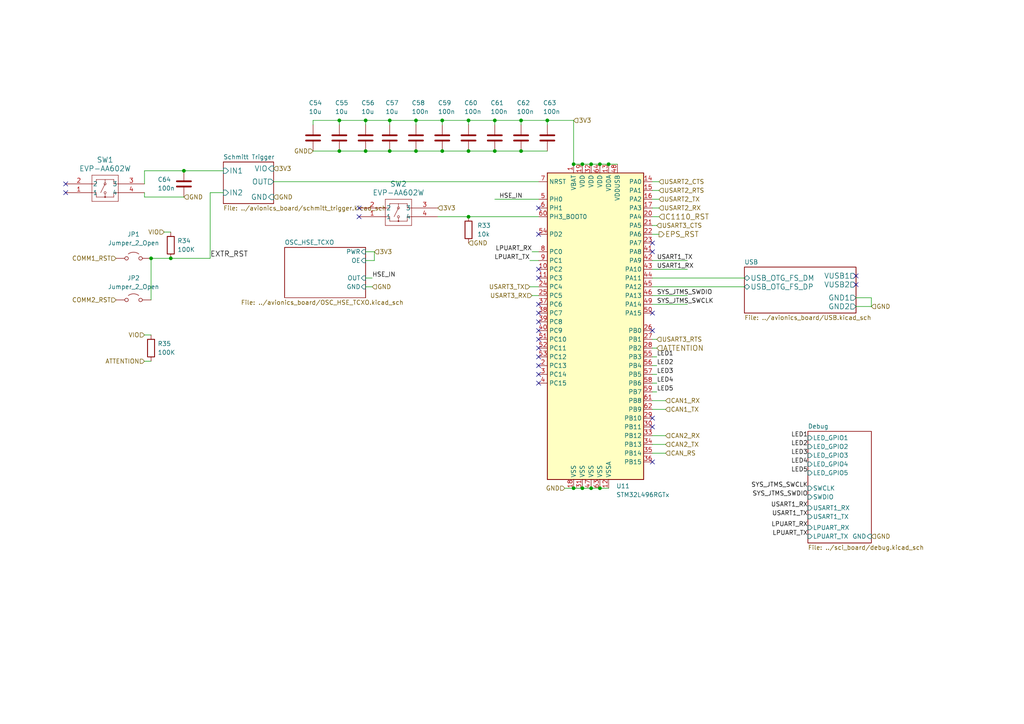
<source format=kicad_sch>
(kicad_sch (version 20231120) (generator "eeschema") (generator_version "8.0")
  (paper "A4")
  (lib_symbols
    (symbol "Common:EVP-AA602W" (pin_names (offset 0.254))
      (property "Reference" "SW" (at 11.43 7.62 0))
      (property "Value" "EVP-AA602W" (at 10.16 5.08 0))
      (symbol "EVP-AA602W_0_1"
        (polyline (pts (xy 7.62 -5.08) (xy 15.24 -5.08)) (stroke (width 0.127)))
        (polyline (pts (xy 7.62 -2.54) (xy 8.89 -2.54)) (stroke (width 0.127)))
        (polyline (pts (xy 7.62 0) (xy 8.89 0)) (stroke (width 0.127)))
        (polyline (pts (xy 7.62 2.54) (xy 7.62 -5.08)) (stroke (width 0.127)))
        (polyline (pts (xy 8.89 -3.81) (xy 13.97 -3.81)) (stroke (width 0.127)))
        (polyline (pts (xy 8.89 -2.54) (xy 8.89 -3.81)) (stroke (width 0.127)))
        (polyline (pts (xy 8.89 1.27) (xy 8.89 0)) (stroke (width 0.127)))
        (polyline (pts (xy 11.43 -3.81) (xy 11.43 -2.8575)) (stroke (width 0.127)))
        (polyline (pts (xy 11.43 -2.54) (xy 10.16 0)) (stroke (width 0.127)))
        (polyline (pts (xy 11.43 0.3175) (xy 11.43 1.27)) (stroke (width 0.127)))
        (polyline (pts (xy 13.97 -3.81) (xy 13.97 -2.54)) (stroke (width 0.127)))
        (polyline (pts (xy 13.97 -2.54) (xy 15.24 -2.54)) (stroke (width 0.127)))
        (polyline (pts (xy 13.97 0) (xy 13.97 1.27)) (stroke (width 0.127)))
        (polyline (pts (xy 13.97 0) (xy 15.24 0)) (stroke (width 0.127)))
        (polyline (pts (xy 13.97 1.27) (xy 8.89 1.27)) (stroke (width 0.127)))
        (polyline (pts (xy 15.24 -5.08) (xy 15.24 2.54)) (stroke (width 0.127)))
        (polyline (pts (xy 15.24 2.54) (xy 7.62 2.54)) (stroke (width 0.127)))
        (circle (center 11.43 -2.54) (radius 0.3048) (stroke (width 0.127)))
        (circle (center 11.43 0) (radius 0.3048) (stroke (width 0.127)))
        (circle (center 11.43 1.27) (radius 0.127) (stroke (width 0.2032)))
      )
      (symbol "EVP-AA602W_1_1"
        (pin passive line (at 0 0 0) (length 7.62) (name "1") (number "1"))
        (pin passive line (at 0 -2.54 0) (length 7.62) (name "2") (number "2"))
        (pin passive line (at 22.86 -2.54 180) (length 7.62) (name "3") (number "3"))
        (pin passive line (at 22.86 0 180) (length 7.62) (name "4") (number "4"))
      )
    )
    (symbol "Common:STM32L496RGTx"
      (property "Reference" "U" (at -12.7 46.99 0))
      (property "Value" "STM32L496RGTx" (at 10.16 46.99 0))
      (symbol "STM32L496RGTx_0_1"
        (rectangle (start -12.7 45.72) (end 15.24 -43.18) (stroke (width 0.254)) (fill (type background)))
      )
      (symbol "STM32L496RGTx_1_1"
        (pin power_in line (at -5.08 48.26 270) (length 2.54) (name "VBAT") (number "1"))
        (pin bidirectional line (at -15.24 17.78 0) (length 2.54) (name "PC2") (number "10"))
        (pin bidirectional line (at -15.24 15.24 0) (length 2.54) (name "PC3") (number "11"))
        (pin power_in line (at 5.08 -45.72 90) (length 2.54) (name "VSSA") (number "12"))
        (pin power_in line (at 5.08 48.26 270) (length 2.54) (name "VDDA") (number "13"))
        (pin bidirectional line (at 17.78 43.18 180) (length 2.54) (name "PA0") (number "14"))
        (pin bidirectional line (at 17.78 40.64 180) (length 2.54) (name "PA1") (number "15"))
        (pin bidirectional line (at 17.78 38.1 180) (length 2.54) (name "PA2") (number "16"))
        (pin bidirectional line (at 17.78 35.56 180) (length 2.54) (name "PA3") (number "17"))
        (pin power_in line (at -5.08 -45.72 90) (length 2.54) (name "VSS") (number "18"))
        (pin power_in line (at -2.54 48.26 270) (length 2.54) (name "VDD") (number "19"))
        (pin bidirectional line (at -15.24 -10.16 0) (length 2.54) (name "PC13") (number "2"))
        (pin bidirectional line (at 17.78 33.02 180) (length 2.54) (name "PA4") (number "20"))
        (pin bidirectional line (at 17.78 30.48 180) (length 2.54) (name "PA5") (number "21"))
        (pin bidirectional line (at 17.78 27.94 180) (length 2.54) (name "PA6") (number "22"))
        (pin bidirectional line (at 17.78 25.4 180) (length 2.54) (name "PA7") (number "23"))
        (pin bidirectional line (at -15.24 12.7 0) (length 2.54) (name "PC4") (number "24"))
        (pin bidirectional line (at -15.24 10.16 0) (length 2.54) (name "PC5") (number "25"))
        (pin bidirectional line (at 17.78 0 180) (length 2.54) (name "PB0") (number "26"))
        (pin bidirectional line (at 17.78 -2.54 180) (length 2.54) (name "PB1") (number "27"))
        (pin bidirectional line (at 17.78 -5.08 180) (length 2.54) (name "PB2") (number "28"))
        (pin bidirectional line (at 17.78 -25.4 180) (length 2.54) (name "PB10") (number "29"))
        (pin bidirectional line (at -15.24 -12.7 0) (length 2.54) (name "PC14") (number "3"))
        (pin bidirectional line (at 17.78 -27.94 180) (length 2.54) (name "PB11") (number "30"))
        (pin power_in line (at -2.54 -45.72 90) (length 2.54) (name "VSS") (number "31"))
        (pin passive line (at 0 -45.72 90) (length 2.54) hide (name "VSS") (number "31"))
        (pin power_in line (at 0 48.26 270) (length 2.54) (name "VDD") (number "32"))
        (pin bidirectional line (at 17.78 -30.48 180) (length 2.54) (name "PB12") (number "33"))
        (pin bidirectional line (at 17.78 -33.02 180) (length 2.54) (name "PB13") (number "34"))
        (pin bidirectional line (at 17.78 -35.56 180) (length 2.54) (name "PB14") (number "35"))
        (pin bidirectional line (at 17.78 -38.1 180) (length 2.54) (name "PB15") (number "36"))
        (pin bidirectional line (at -15.24 7.62 0) (length 2.54) (name "PC6") (number "37"))
        (pin bidirectional line (at -15.24 5.08 0) (length 2.54) (name "PC7") (number "38"))
        (pin bidirectional line (at -15.24 2.54 0) (length 2.54) (name "PC8") (number "39"))
        (pin bidirectional line (at -15.24 -15.24 0) (length 2.54) (name "PC15") (number "4"))
        (pin bidirectional line (at -15.24 0 0) (length 2.54) (name "PC9") (number "40"))
        (pin bidirectional line (at 17.78 22.86 180) (length 2.54) (name "PA8") (number "41"))
        (pin bidirectional line (at 17.78 20.32 180) (length 2.54) (name "PA9") (number "42"))
        (pin bidirectional line (at 17.78 17.78 180) (length 2.54) (name "PA10") (number "43"))
        (pin bidirectional line (at 17.78 15.24 180) (length 2.54) (name "PA11") (number "44"))
        (pin bidirectional line (at 17.78 12.7 180) (length 2.54) (name "PA12") (number "45"))
        (pin bidirectional line (at 17.78 10.16 180) (length 2.54) (name "PA13") (number "46"))
        (pin passive line (at 0 -45.72 90) (length 2.54) hide (name "VSS") (number "47"))
        (pin power_in line (at 0 -45.72 90) (length 2.54) (name "VSS") (number "47"))
        (pin power_in line (at 7.62 48.26 270) (length 2.54) (name "VDDUSB") (number "48"))
        (pin bidirectional line (at 17.78 7.62 180) (length 2.54) (name "PA14") (number "49"))
        (pin bidirectional line (at -15.24 38.1 0) (length 2.54) (name "PH0") (number "5"))
        (pin bidirectional line (at 17.78 5.08 180) (length 2.54) (name "PA15") (number "50"))
        (pin bidirectional line (at -15.24 -2.54 0) (length 2.54) (name "PC10") (number "51"))
        (pin bidirectional line (at -15.24 -5.08 0) (length 2.54) (name "PC11") (number "52"))
        (pin bidirectional line (at -15.24 -7.62 0) (length 2.54) (name "PC12") (number "53"))
        (pin bidirectional line (at -15.24 27.94 0) (length 2.54) (name "PD2") (number "54"))
        (pin bidirectional line (at 17.78 -7.62 180) (length 2.54) (name "PB3") (number "55"))
        (pin bidirectional line (at 17.78 -10.16 180) (length 2.54) (name "PB4") (number "56"))
        (pin bidirectional line (at 17.78 -12.7 180) (length 2.54) (name "PB5") (number "57"))
        (pin bidirectional line (at 17.78 -15.24 180) (length 2.54) (name "PB6") (number "58"))
        (pin bidirectional line (at 17.78 -17.78 180) (length 2.54) (name "PB7") (number "59"))
        (pin bidirectional line (at -15.24 35.56 0) (length 2.54) (name "PH1") (number "6"))
        (pin bidirectional line (at -15.24 33.02 0) (length 2.54) (name "PH3_BOOT0") (number "60"))
        (pin bidirectional line (at 17.78 -20.32 180) (length 2.54) (name "PB8") (number "61"))
        (pin bidirectional line (at 17.78 -22.86 180) (length 2.54) (name "PB9") (number "62"))
        (pin passive line (at 0 -45.72 90) (length 2.54) hide (name "VSS") (number "63"))
        (pin power_in line (at 2.54 -45.72 90) (length 2.54) (name "VSS") (number "63"))
        (pin power_in line (at 2.54 48.26 270) (length 2.54) (name "VDD") (number "64"))
        (pin input line (at -15.24 43.18 0) (length 2.54) (name "NRST") (number "7"))
        (pin bidirectional line (at -15.24 22.86 0) (length 2.54) (name "PC0") (number "8"))
        (pin bidirectional line (at -15.24 20.32 0) (length 2.54) (name "PC1") (number "9"))
      )
    )
    (symbol "Device:C" (pin_numbers hide) (pin_names (offset 0.254))
      (property "Reference" "C" (at 0.635 2.54 0))
      (property "Value" "C" (at 0.635 -2.54 0))
      (symbol "C_0_1"
        (polyline (pts (xy -2.032 -0.762) (xy 2.032 -0.762)) (stroke (width 0.508)))
        (polyline (pts (xy -2.032 0.762) (xy 2.032 0.762)) (stroke (width 0.508)))
      )
      (symbol "C_1_1"
        (pin passive line (at 0 3.81 270) (length 2.794) (name "~") (number "1"))
        (pin passive line (at 0 -3.81 90) (length 2.794) (name "~") (number "2"))
      )
    )
    (symbol "Device:R" (pin_numbers hide) (pin_names (offset 0))
      (property "Reference" "R" (at 2.032 0 90))
      (property "Value" "R" (at 0 0 90))
      (symbol "R_0_1"
        (rectangle (start -1.016 -2.54) (end 1.016 2.54) (stroke (width 0.254)))
      )
      (symbol "R_1_1"
        (pin passive line (at 0 3.81 270) (length 1.27) (name "~") (number "1"))
        (pin passive line (at 0 -3.81 90) (length 1.27) (name "~") (number "2"))
      )
    )
    (symbol "Jumper:Jumper_2_Open" (pin_numbers hide) (pin_names (offset 0) hide) (exclude_from_sim yes)
      (property "Reference" "JP" (at 0 2.794 0))
      (property "Value" "Jumper_2_Open" (at 0 -2.286 0))
      (symbol "Jumper_2_Open_0_0"
        (circle (center -2.032 0) (radius 0.508))
        (circle (center 2.032 0) (radius 0.508))
      )
      (symbol "Jumper_2_Open_0_1"
        (arc (start 1.524 1.27) (mid 0 1.778) (end -1.524 1.27))
      )
      (symbol "Jumper_2_Open_1_1"
        (pin passive line (at -5.08 0 0) (length 2.54) (name "A") (number "1"))
        (pin passive line (at 5.08 0 180) (length 2.54) (name "B") (number "2"))
      )
    )
  )
  (junction (at 128.27 34.925))
  (junction (at 135.89 43.815))
  (junction (at 106.045 34.925))
  (junction (at 173.99 141.605))
  (junction (at 98.425 34.925))
  (junction (at 158.75 34.925))
  (junction (at 98.425 43.815))
  (junction (at 113.03 43.815))
  (junction (at 53.34 49.53))
  (junction (at 171.45 141.605))
  (junction (at 166.37 141.605))
  (junction (at 176.53 47.625))
  (junction (at 168.91 141.605))
  (junction (at 151.13 43.815))
  (junction (at 128.27 43.815))
  (junction (at 151.13 34.925))
  (junction (at 171.45 47.625))
  (junction (at 120.65 34.925))
  (junction (at 166.37 47.625))
  (junction (at 143.51 43.815))
  (junction (at 168.91 47.625))
  (junction (at 113.03 34.925))
  (junction (at 135.89 62.865))
  (junction (at 120.65 43.815))
  (junction (at 135.89 34.925))
  (junction (at 106.045 43.815))
  (junction (at 143.51 34.925))
  (junction (at 43.815 74.93))
  (junction (at 49.53 74.93))
  (junction (at 173.99 47.625))
  (no_connect (at 156.21 93.345))
  (no_connect (at 19.05 55.88))
  (no_connect (at 156.21 67.945))
  (no_connect (at 156.21 78.105))
  (no_connect (at 189.23 121.285))
  (no_connect (at 189.23 70.485))
  (no_connect (at 156.21 90.805))
  (no_connect (at 156.21 100.965))
  (no_connect (at 156.21 98.425))
  (no_connect (at 156.21 88.265))
  (no_connect (at 104.14 60.325))
  (no_connect (at 156.21 103.505))
  (no_connect (at 104.14 62.865))
  (no_connect (at 156.21 80.645))
  (no_connect (at 156.21 60.325))
  (no_connect (at 156.21 106.045))
  (no_connect (at 248.285 82.55))
  (no_connect (at 19.05 53.34))
  (no_connect (at 248.285 80.01))
  (no_connect (at 189.23 123.825))
  (no_connect (at 189.23 90.805))
  (no_connect (at 156.21 108.585))
  (no_connect (at 156.21 95.885))
  (no_connect (at 156.21 111.125))
  (no_connect (at 189.23 133.985))
  (no_connect (at 189.23 73.025))
  (no_connect (at 189.23 95.885))
  (wire (pts (xy 113.03 34.925) (xy 106.045 34.925)))
  (wire (pts (xy 163.83 141.605) (xy 166.37 141.605)))
  (wire (pts (xy 248.285 86.36) (xy 252.73 86.36)))
  (wire (pts (xy 135.89 34.925) (xy 143.51 34.925)))
  (wire (pts (xy 98.425 34.925) (xy 90.805 34.925)))
  (wire (pts (xy 41.91 55.88) (xy 41.91 57.15)))
  (wire (pts (xy 190.5 103.505) (xy 189.23 103.505)))
  (wire (pts (xy 193.04 116.205) (xy 189.23 116.205)))
  (wire (pts (xy 49.53 74.93) (xy 60.96 74.93)))
  (wire (pts (xy 190.5 106.045) (xy 189.23 106.045)))
  (wire (pts (xy 153.67 75.565) (xy 156.21 75.565)))
  (wire (pts (xy 53.34 49.53) (xy 64.77 49.53)))
  (wire (pts (xy 120.65 43.815) (xy 128.27 43.815)))
  (wire (pts (xy 107.95 80.645) (xy 106.045 80.645)))
  (wire (pts (xy 190.5 100.965) (xy 189.23 100.965)))
  (wire (pts (xy 189.23 57.785) (xy 191.135 57.785)))
  (wire (pts (xy 252.73 86.36) (xy 252.73 88.9)))
  (wire (pts (xy 120.65 34.925) (xy 120.65 36.195)))
  (wire (pts (xy 135.89 34.925) (xy 135.89 36.195)))
  (wire (pts (xy 189.23 78.105) (xy 199.39 78.105)))
  (wire (pts (xy 190.5 108.585) (xy 189.23 108.585)))
  (wire (pts (xy 106.045 73.025) (xy 108.585 73.025)))
  (wire (pts (xy 151.13 34.925) (xy 158.75 34.925)))
  (wire (pts (xy 113.03 36.195) (xy 113.03 34.925)))
  (wire (pts (xy 135.89 43.815) (xy 143.51 43.815)))
  (wire (pts (xy 106.045 43.815) (xy 113.03 43.815)))
  (wire (pts (xy 60.96 55.88) (xy 60.96 74.93)))
  (wire (pts (xy 107.95 83.185) (xy 106.045 83.185)))
  (wire (pts (xy 98.425 34.925) (xy 98.425 36.195)))
  (wire (pts (xy 128.27 43.815) (xy 135.89 43.815)))
  (wire (pts (xy 43.815 74.93) (xy 49.53 74.93)))
  (wire (pts (xy 252.73 88.9) (xy 248.285 88.9)))
  (wire (pts (xy 191.135 67.945) (xy 189.23 67.945)))
  (wire (pts (xy 143.51 34.925) (xy 143.51 36.195)))
  (wire (pts (xy 128.27 34.925) (xy 135.89 34.925)))
  (wire (pts (xy 158.75 34.925) (xy 166.37 34.925)))
  (wire (pts (xy 193.04 131.445) (xy 189.23 131.445)))
  (wire (pts (xy 176.53 47.625) (xy 179.07 47.625)))
  (wire (pts (xy 189.23 83.185) (xy 215.9 83.185)))
  (wire (pts (xy 171.45 47.625) (xy 173.99 47.625)))
  (wire (pts (xy 151.13 43.815) (xy 158.75 43.815)))
  (wire (pts (xy 79.375 52.705) (xy 156.21 52.705)))
  (wire (pts (xy 154.305 73.025) (xy 156.21 73.025)))
  (wire (pts (xy 190.5 111.125) (xy 189.23 111.125)))
  (wire (pts (xy 143.51 34.925) (xy 151.13 34.925)))
  (wire (pts (xy 193.04 126.365) (xy 189.23 126.365)))
  (wire (pts (xy 193.04 118.745) (xy 189.23 118.745)))
  (wire (pts (xy 143.51 57.785) (xy 156.21 57.785)))
  (wire (pts (xy 120.65 34.925) (xy 128.27 34.925)))
  (wire (pts (xy 189.23 85.725) (xy 199.39 85.725)))
  (wire (pts (xy 41.91 49.53) (xy 41.91 53.34)))
  (wire (pts (xy 158.75 36.195) (xy 158.75 34.925)))
  (wire (pts (xy 166.37 47.625) (xy 168.91 47.625)))
  (wire (pts (xy 189.23 88.265) (xy 199.39 88.265)))
  (wire (pts (xy 189.23 75.565) (xy 199.39 75.565)))
  (wire (pts (xy 47.625 67.31) (xy 49.53 67.31)))
  (wire (pts (xy 193.04 128.905) (xy 189.23 128.905)))
  (wire (pts (xy 168.91 47.625) (xy 171.45 47.625)))
  (wire (pts (xy 189.23 52.705) (xy 191.135 52.705)))
  (wire (pts (xy 108.585 73.025) (xy 108.585 75.565)))
  (wire (pts (xy 113.03 43.815) (xy 120.65 43.815)))
  (wire (pts (xy 41.91 104.775) (xy 43.815 104.775)))
  (wire (pts (xy 41.91 97.155) (xy 43.815 97.155)))
  (wire (pts (xy 190.5 98.425) (xy 189.23 98.425)))
  (wire (pts (xy 189.23 55.245) (xy 191.135 55.245)))
  (wire (pts (xy 189.23 80.645) (xy 215.9 80.645)))
  (wire (pts (xy 190.5 65.405) (xy 189.23 65.405)))
  (wire (pts (xy 64.77 55.88) (xy 60.96 55.88)))
  (wire (pts (xy 154.305 85.725) (xy 156.21 85.725)))
  (wire (pts (xy 90.805 34.925) (xy 90.805 36.195)))
  (wire (pts (xy 128.27 34.925) (xy 128.27 36.195)))
  (wire (pts (xy 41.91 49.53) (xy 53.34 49.53)))
  (wire (pts (xy 166.37 141.605) (xy 168.91 141.605)))
  (wire (pts (xy 143.51 43.815) (xy 151.13 43.815)))
  (wire (pts (xy 171.45 141.605) (xy 173.99 141.605)))
  (wire (pts (xy 113.03 34.925) (xy 120.65 34.925)))
  (wire (pts (xy 173.99 141.605) (xy 176.53 141.605)))
  (wire (pts (xy 153.67 83.185) (xy 156.21 83.185)))
  (wire (pts (xy 191.135 62.865) (xy 189.23 62.865)))
  (wire (pts (xy 41.91 57.15) (xy 53.34 57.15)))
  (wire (pts (xy 168.91 141.605) (xy 171.45 141.605)))
  (wire (pts (xy 151.13 34.925) (xy 151.13 36.195)))
  (wire (pts (xy 90.805 43.815) (xy 98.425 43.815)))
  (wire (pts (xy 127 62.865) (xy 135.89 62.865)))
  (wire (pts (xy 108.585 75.565) (xy 106.045 75.565)))
  (wire (pts (xy 190.5 113.665) (xy 189.23 113.665)))
  (wire (pts (xy 43.815 86.995) (xy 43.815 74.93)))
  (wire (pts (xy 135.89 62.865) (xy 156.21 62.865)))
  (wire (pts (xy 189.23 60.325) (xy 191.135 60.325)))
  (wire (pts (xy 106.045 34.925) (xy 98.425 34.925)))
  (wire (pts (xy 98.425 43.815) (xy 106.045 43.815)))
  (wire (pts (xy 106.045 34.925) (xy 106.045 36.195)))
  (wire (pts (xy 173.99 47.625) (xy 176.53 47.625)))
  (wire (pts (xy 166.37 34.925) (xy 166.37 47.625)))
  (label "LED1" (at 234.315 127 180))
  (label "USART1_TX" (at 190.5 75.565 0))
  (label "LED5" (at 190.5 113.665 0))
  (label "LED4" (at 234.315 134.62 180))
  (label "HSE_IN" (at 107.95 80.645 0))
  (label "SYS_JTMS_SWDIO" (at 190.5 85.725 0))
  (label "USART1_TX" (at 234.315 149.86 180))
  (label "LED1" (at 190.5 103.505 0))
  (label "SYS_JTMS_SWCLK" (at 234.315 141.605 180))
  (label "LPUART_TX" (at 153.67 75.565 180))
  (label "LPUART_RX" (at 154.305 73.025 180))
  (label "LED2" (at 190.5 106.045 0))
  (label "SYS_JTMS_SWCLK" (at 190.5 88.265 0))
  (label "LED4" (at 190.5 111.125 0))
  (label "LED3" (at 190.5 108.585 0))
  (label "LPUART_TX" (at 234.315 155.575 180))
  (label "LED5" (at 234.315 137.16 180))
  (label "USART1_RX" (at 190.5 78.105 0))
  (label "LED3" (at 234.315 132.08 180))
  (label "SYS_JTMS_SWDIO" (at 234.315 144.145 180))
  (label "EXTR_RST" (at 60.96 74.93 0) (effects (font (size 1.524 1.524))))
  (label "LPUART_RX" (at 234.315 153.035 180))
  (label "USART1_RX" (at 234.315 147.32 180))
  (label "LED2" (at 234.315 129.54 180))
  (label "HSE_IN" (at 144.78 57.785 0))
  (hierarchical_label "3V3" (shape input) (at 166.37 34.925 0))
  (hierarchical_label "EPS_RST" (shape output) (at 191.135 67.945 0) (effects (font (size 1.524 1.524))))
  (hierarchical_label "CAN2_RX" (shape input) (at 193.04 126.365 0))
  (hierarchical_label "CAN1_RX" (shape input) (at 193.04 116.205 0))
  (hierarchical_label "USART2_CTS" (shape input) (at 191.135 52.705 0))
  (hierarchical_label "VIO" (shape input) (at 41.91 97.155 180))
  (hierarchical_label "3V3" (shape input) (at 108.585 73.025 0))
  (hierarchical_label "USART3_RTS" (shape input) (at 190.5 98.425 0))
  (hierarchical_label "GND" (shape input) (at 252.73 88.9 0))
  (hierarchical_label "USART3_CTS" (shape input) (at 190.5 65.405 0))
  (hierarchical_label "COMM1_RST" (shape input) (at 33.655 74.93 180))
  (hierarchical_label "3V3" (shape input) (at 127 60.325 0))
  (hierarchical_label "ATTENTION" (shape input) (at 190.5 100.965 0) (effects (font (size 1.524 1.524))))
  (hierarchical_label "USART3_TX" (shape input) (at 153.67 83.185 180))
  (hierarchical_label "CAN_RS" (shape input) (at 193.04 131.445 0))
  (hierarchical_label "GND" (shape input) (at 135.89 70.485 0))
  (hierarchical_label "GND" (shape input) (at 53.34 57.15 0))
  (hierarchical_label "GND" (shape input) (at 90.805 43.815 180))
  (hierarchical_label "3V3" (shape input) (at 79.375 48.895 0))
  (hierarchical_label "USART2_RTS" (shape input) (at 191.135 55.245 0))
  (hierarchical_label "GND" (shape input) (at 163.83 141.605 180))
  (hierarchical_label "ATTENTION" (shape input) (at 41.91 104.775 180))
  (hierarchical_label "CAN2_TX" (shape input) (at 193.04 128.905 0))
  (hierarchical_label "GND" (shape input) (at 79.375 57.15 0))
  (hierarchical_label "CAN1_TX" (shape input) (at 193.04 118.745 0))
  (hierarchical_label "GND" (shape input) (at 252.73 155.575 0))
  (hierarchical_label "USART3_RX" (shape input) (at 154.305 85.725 180))
  (hierarchical_label "COMM2_RST" (shape input) (at 33.655 86.995 180))
  (hierarchical_label "USART2_RX" (shape input) (at 191.135 60.325 0))
  (hierarchical_label "USART2_TX" (shape input) (at 191.135 57.785 0))
  (hierarchical_label "VIO" (shape input) (at 47.625 67.31 180))
  (hierarchical_label "C1110_RST" (shape input) (at 191.135 62.865 0) (effects (font (size 1.524 1.524))))
  (hierarchical_label "GND" (shape input) (at 107.95 83.185 0))
  (symbol (lib_id "Device:C") (at 158.75 40.005 0) (unit 1)
    (property "Reference" "C63" (at 157.48 29.845 0) (effects (justify left)))
    (property "Value" "100n" (at 157.48 32.385 0) (effects (justify left)))
    (property "Footprint" "Capacitor_SMD:C_0402_1005Metric_Pad0.74x0.62mm_HandSolder" (effects (hide yes)))
    (property "Voltage" "16" (effects (hide yes)))
    (property "Manufactorer" "YAGEO" (effects (hide yes)))
    (property "Part Number" "CC0402KRX5R7BB104" (effects (hide yes)))
  )
  (symbol (lib_id "Device:C") (at 151.13 40.005 0) (unit 1)
    (property "Reference" "C62" (at 149.86 29.845 0) (effects (justify left)))
    (property "Value" "100n" (at 149.86 32.385 0) (effects (justify left)))
    (property "Footprint" "Capacitor_SMD:C_0402_1005Metric_Pad0.74x0.62mm_HandSolder" (effects (hide yes)))
    (property "Voltage" "16" (effects (hide yes)))
    (property "Manufactorer" "YAGEO" (effects (hide yes)))
    (property "Part Number" "CC0402KRX5R7BB104" (effects (hide yes)))
  )
  (symbol (lib_id "Jumper:Jumper_2_Open") (at 38.735 74.93 0) (unit 1) (exclude_from_sim yes)
    (property "Reference" "JP1" (at 38.735 67.945 0))
    (property "Value" "Jumper_2_Open" (at 38.735 70.485 0))
    (property "Footprint" "Connector_PinHeader_2.54mm:PinHeader_1x02_P2.54mm_Vertical" (effects (hide yes)))
    (property "Description" "Jumper, 2-pole, open" (effects (hide yes)))
  )
  (symbol (lib_id "Device:C") (at 135.89 40.005 0) (unit 1)
    (property "Reference" "C60" (at 134.62 29.845 0) (effects (justify left)))
    (property "Value" "100n" (at 134.62 32.385 0) (effects (justify left)))
    (property "Footprint" "Capacitor_SMD:C_0402_1005Metric_Pad0.74x0.62mm_HandSolder" (effects (hide yes)))
    (property "Voltage" "16" (effects (hide yes)))
    (property "Manufactorer" "YAGEO" (effects (hide yes)))
    (property "Part Number" "CC0402KRX5R7BB104" (effects (hide yes)))
  )
  (symbol (lib_id "Device:R") (at 49.53 71.12 0) (unit 1)
    (property "Reference" "R34" (at 51.435 69.8499 0) (effects (justify left)))
    (property "Value" "100K" (at 51.435 72.3899 0) (effects (justify left)))
    (property "Footprint" "Resistor_SMD:R_0402_1005Metric_Pad0.72x0.64mm_HandSolder" (effects (hide yes)))
    (property "Description" "Resistor" (effects (hide yes)))
  )
  (symbol (lib_id "Device:C") (at 113.03 40.005 0) (unit 1)
    (property "Reference" "C57" (at 111.76 29.845 0) (effects (justify left)))
    (property "Value" "10u" (at 111.76 32.385 0) (effects (justify left)))
    (property "Footprint" "Capacitor_SMD:C_0805_2012Metric_Pad1.18x1.45mm_HandSolder" (effects (hide yes)))
    (property "Voltage" "16" (effects (hide yes)))
    (property "Manufactorer" "Murata" (effects (hide yes)))
    (property "Part Number" "GRM188R61C106MA73D " (effects (hide yes)))
  )
  (symbol (lib_id "Device:C") (at 53.34 53.34 0) (unit 1)
    (property "Reference" "C64" (at 45.72 52.07 0) (effects (justify left)))
    (property "Value" "100n" (at 45.72 54.61 0) (effects (justify left)))
    (property "Footprint" "Capacitor_SMD:C_0402_1005Metric_Pad0.74x0.62mm_HandSolder" (effects (hide yes)))
    (property "Voltage" "16" (effects (hide yes)))
    (property "Manufactorer" "YAGEO" (effects (hide yes)))
    (property "Part Number" "CC0402KRX5R7BB104" (effects (hide yes)))
  )
  (symbol (lib_id "Device:C") (at 120.65 40.005 0) (unit 1)
    (property "Reference" "C58" (at 119.38 29.845 0) (effects (justify left)))
    (property "Value" "100n" (at 119.38 32.385 0) (effects (justify left)))
    (property "Footprint" "Capacitor_SMD:C_0402_1005Metric_Pad0.74x0.62mm_HandSolder" (effects (hide yes)))
    (property "Voltage" "16" (effects (hide yes)))
    (property "Manufactorer" "YAGEO" (effects (hide yes)))
    (property "Part Number" "CC0402KRX5R7BB104" (effects (hide yes)))
  )
  (symbol (lib_id "Device:R") (at 43.815 100.965 0) (unit 1)
    (property "Reference" "R35" (at 45.72 99.6949 0) (effects (justify left)))
    (property "Value" "100K" (at 45.72 102.2349 0) (effects (justify left)))
    (property "Footprint" "Resistor_SMD:R_0402_1005Metric_Pad0.72x0.64mm_HandSolder" (effects (hide yes)))
    (property "Description" "Resistor" (effects (hide yes)))
  )
  (symbol (lib_id "Device:R") (at 135.89 66.675 0) (unit 1)
    (property "Reference" "R33" (at 138.43 65.4049 0) (effects (justify left)))
    (property "Value" "10k" (at 138.43 67.9449 0) (effects (justify left)))
    (property "Footprint" "Resistor_SMD:R_0603_1608Metric_Pad0.98x0.95mm_HandSolder" (effects (hide yes)))
    (property "Manufactorer" "YAGEO" (effects (hide yes)))
    (property "Part Number" "RC0402FR-0710KL" (effects (hide yes)))
  )
  (symbol (lib_id "Common:EVP-AA602W") (at 19.05 55.88 0) (mirror x) (unit 1)
    (property "Reference" "SW1" (at 30.48 46.355 0) (effects (font (size 1.524 1.524))))
    (property "Value" "EVP-AA602W" (at 30.48 48.895 0) (effects (font (size 1.524 1.524))))
    (property "Footprint" "Common:EVP602AA" (effects (hide yes)))
    (property "Datasheet" "EVP-AA602W" (effects (hide yes)))
  )
  (symbol (lib_id "Common:STM32L496RGTx") (at 171.45 95.885 0) (unit 1)
    (property "Reference" "U11" (at 178.7241 140.97 0) (effects (justify left)))
    (property "Value" "STM32L496RGTx" (at 178.7241 143.51 0) (effects (justify left)))
    (property "Footprint" "Package_QFP:LQFP-64_10x10mm_P0.5mm" (effects (hide yes)))
    (property "Datasheet" "https://www.st.com/resource/en/datasheet/stm32l496rg.pdf" (effects (hide yes)))
    (property "Description" "STMicroelectronics Arm Cortex-M4 MCU, 1024KB flash, 320KB RAM, 80 MHz, 1.71-3.6V, 52 GPIO, LQFP64" (effects (hide yes)))
  )
  (symbol (lib_id "Jumper:Jumper_2_Open") (at 38.735 86.995 0) (unit 1) (exclude_from_sim yes)
    (property "Reference" "JP2" (at 38.735 80.645 0))
    (property "Value" "Jumper_2_Open" (at 38.735 83.185 0))
    (property "Footprint" "Connector_PinHeader_2.54mm:PinHeader_1x02_P2.54mm_Vertical" (effects (hide yes)))
    (property "Description" "Jumper, 2-pole, open" (effects (hide yes)))
  )
  (symbol (lib_id "Device:C") (at 90.805 40.005 0) (unit 1)
    (property "Reference" "C54" (at 89.535 29.845 0) (effects (justify left)))
    (property "Value" "10u" (at 89.535 32.385 0) (effects (justify left)))
    (property "Footprint" "Capacitor_SMD:C_0805_2012Metric_Pad1.18x1.45mm_HandSolder" (effects (hide yes)))
    (property "Voltage" "16" (effects (hide yes)))
    (property "Manufactorer" "Murata" (effects (hide yes)))
    (property "Part Number" "GRM188R61C106MA73D " (effects (hide yes)))
  )
  (symbol (lib_id "Device:C") (at 128.27 40.005 0) (unit 1)
    (property "Reference" "C59" (at 127 29.845 0) (effects (justify left)))
    (property "Value" "100n" (at 127 32.385 0) (effects (justify left)))
    (property "Footprint" "Capacitor_SMD:C_0402_1005Metric_Pad0.74x0.62mm_HandSolder" (effects (hide yes)))
    (property "Voltage" "16" (effects (hide yes)))
    (property "Manufactorer" "YAGEO" (effects (hide yes)))
    (property "Part Number" "CC0402KRX5R7BB104" (effects (hide yes)))
  )
  (symbol (lib_id "Device:C") (at 143.51 40.005 0) (unit 1)
    (property "Reference" "C61" (at 142.24 29.845 0) (effects (justify left)))
    (property "Value" "100n" (at 142.24 32.385 0) (effects (justify left)))
    (property "Footprint" "Capacitor_SMD:C_0402_1005Metric_Pad0.74x0.62mm_HandSolder" (effects (hide yes)))
    (property "Voltage" "16" (effects (hide yes)))
    (property "Manufactorer" "YAGEO" (effects (hide yes)))
    (property "Part Number" "CC0402KRX5R7BB104" (effects (hide yes)))
  )
  (symbol (lib_id "Device:C") (at 98.425 40.005 0) (unit 1)
    (property "Reference" "C55" (at 97.155 29.845 0) (effects (justify left)))
    (property "Value" "10u" (at 97.155 32.385 0) (effects (justify left)))
    (property "Footprint" "Capacitor_SMD:C_0805_2012Metric_Pad1.18x1.45mm_HandSolder" (effects (hide yes)))
    (property "Voltage" "16" (effects (hide yes)))
    (property "Manufactorer" "Murata" (effects (hide yes)))
    (property "Part Number" "GRM188R61C106MA73D " (effects (hide yes)))
  )
  (symbol (lib_id "Device:C") (at 106.045 40.005 0) (unit 1)
    (property "Reference" "C56" (at 104.775 29.845 0) (effects (justify left)))
    (property "Value" "10u" (at 104.775 32.385 0) (effects (justify left)))
    (property "Footprint" "Capacitor_SMD:C_0805_2012Metric_Pad1.18x1.45mm_HandSolder" (effects (hide yes)))
    (property "Voltage" "16" (effects (hide yes)))
    (property "Manufactorer" "Murata" (effects (hide yes)))
    (property "Part Number" "GRM188R61C106MA73D " (effects (hide yes)))
  )
  (symbol (lib_id "Common:EVP-AA602W") (at 104.14 62.865 0) (mirror x) (unit 1)
    (property "Reference" "SW2" (at 115.57 53.34 0) (effects (font (size 1.524 1.524))))
    (property "Value" "EVP-AA602W" (at 115.57 55.88 0) (effects (font (size 1.524 1.524))))
    (property "Footprint" "Common:EVP602AA" (effects (hide yes)))
    (property "Datasheet" "EVP-AA602W" (effects (hide yes)))
  )
  (sheet (at 82.55 71.755) (size 23.495 14.605) (stroke (width 0.1524))
    (property "Sheetname" "OSC_HSE_TCXO" (at 82.55 71.0434 0) (effects (justify left bottom)))
    (property "Sheetfile" "../avionics_board/OSC_HSE_TCXO.kicad_sch" (at 69.85 86.995 0) (effects (justify left top)))
    (pin "OE" input (at 106.045 75.565 0))
    (pin "GND" input (at 106.045 83.185 0))
    (pin "OUT" input (at 106.045 80.645 0))
    (pin "PWR" input (at 106.045 73.025 0))
  )
  (sheet (at 64.77 46.99) (size 14.605 12.065) (stroke (width 0.1524))
    (property "Sheetname" "Schmitt Trigger" (at 64.77 46.2784 0) (effects (justify left bottom)))
    (property "Sheetfile" "../avionics_board/schmitt_trigger.kicad_sch" (at 64.77 59.6396 0) (effects (justify left top)))
    (pin "GND" input (at 79.375 57.15 0) (effects (font (size 1.524 1.524))))
    (pin "OUT" output (at 79.375 52.705 0) (effects (font (size 1.524 1.524))))
    (pin "IN1" input (at 64.77 49.53 180) (effects (font (size 1.524 1.524))))
    (pin "IN2" input (at 64.77 55.88 180) (effects (font (size 1.524 1.524))))
    (pin "VIO" input (at 79.375 48.895 0) (effects (font (size 1.524 1.524))))
  )
  (sheet (at 215.9 77.47) (size 32.385 13.335) (stroke (width 0.1524))
    (property "Sheetname" "USB" (at 215.9 76.7584 0) (effects (justify left bottom)))
    (property "Sheetfile" "../avionics_board/USB.kicad_sch" (at 215.9 91.3896 0) (effects (justify left top)))
    (pin "GND2" output (at 248.285 88.9 0) (effects (font (size 1.524 1.524))))
    (pin "GND1" output (at 248.285 86.36 0) (effects (font (size 1.524 1.524))))
    (pin "USB_OTG_FS_DM" bidirectional (at 215.9 80.645 180) (effects (font (size 1.524 1.524))))
    (pin "VUSB1" output (at 248.285 80.01 0) (effects (font (size 1.524 1.524))))
    (pin "VUSB2" output (at 248.285 82.55 0) (effects (font (size 1.524 1.524))))
    (pin "USB_OTG_FS_DP" bidirectional (at 215.9 83.185 180) (effects (font (size 1.524 1.524))))
  )
  (sheet (at 234.315 125.095) (size 18.415 32.385) (stroke (width 0.1524))
    (property "Sheetname" "Debug" (at 234.315 124.3834 0) (effects (justify left bottom)))
    (property "Sheetfile" "../sci_board/debug.kicad_sch" (at 234.315 158.0646 0) (effects (justify left top)))
    (pin "GND" input (at 252.73 155.575 0))
    (pin "SWCLK" input (at 234.315 141.605 180))
    (pin "SWDIO" input (at 234.315 144.145 180))
    (pin "USART1_RX" input (at 234.315 147.32 180))
    (pin "USART1_TX" input (at 234.315 149.86 180))
    (pin "LPUART_RX" input (at 234.315 153.035 180))
    (pin "LPUART_TX" input (at 234.315 155.575 180))
    (pin "LED_GPIO4" input (at 234.315 134.62 180))
    (pin "LED_GPIO5" input (at 234.315 137.16 180))
    (pin "LED_GPIO3" input (at 234.315 132.08 180))
    (pin "LED_GPIO1" input (at 234.315 127 180))
    (pin "LED_GPIO2" input (at 234.315 129.54 180))
  )
)
</source>
